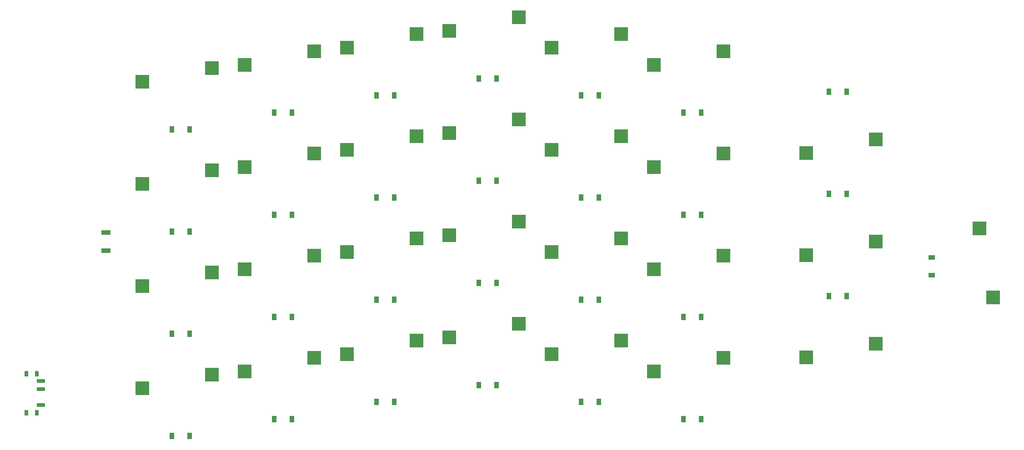
<source format=gbr>
%TF.GenerationSoftware,KiCad,Pcbnew,7.0.7*%
%TF.CreationDate,2023-08-27T15:15:09-04:00*%
%TF.ProjectId,garden,67617264-656e-42e6-9b69-6361645f7063,rev?*%
%TF.SameCoordinates,Original*%
%TF.FileFunction,Paste,Bot*%
%TF.FilePolarity,Positive*%
%FSLAX46Y46*%
G04 Gerber Fmt 4.6, Leading zero omitted, Abs format (unit mm)*
G04 Created by KiCad (PCBNEW 7.0.7) date 2023-08-27 15:15:09*
%MOMM*%
%LPD*%
G01*
G04 APERTURE LIST*
%ADD10R,2.550000X2.500000*%
%ADD11R,0.900000X1.200000*%
%ADD12R,2.500000X2.550000*%
%ADD13R,1.200000X0.900000*%
%ADD14R,1.803400X0.812800*%
%ADD15R,1.500000X0.700000*%
%ADD16R,0.800000X1.000000*%
G04 APERTURE END LIST*
D10*
%TO.C,MX15*%
X114296250Y-90328750D03*
X127223250Y-87788750D03*
%TD*%
D11*
%TO.C,D28*%
X184943750Y-63563504D03*
X188243750Y-63563504D03*
%TD*%
D10*
%TO.C,MX7*%
X76196250Y-96678750D03*
X89123250Y-94138750D03*
%TD*%
D11*
%TO.C,D3*%
X65881250Y-108743750D03*
X62581250Y-108743750D03*
%TD*%
D10*
%TO.C,MX21*%
X152396250Y-58578750D03*
X165323250Y-56038750D03*
%TD*%
D11*
%TO.C,D27*%
X184943750Y-82613504D03*
X188243750Y-82613504D03*
%TD*%
%TO.C,D13*%
X123031250Y-61118750D03*
X119731250Y-61118750D03*
%TD*%
D10*
%TO.C,MX4*%
X57146250Y-118903750D03*
X70073250Y-116363750D03*
%TD*%
D11*
%TO.C,D6*%
X84931250Y-86518750D03*
X81631250Y-86518750D03*
%TD*%
%TO.C,D17*%
X142081250Y-64293750D03*
X138781250Y-64293750D03*
%TD*%
%TO.C,D14*%
X123031250Y-80168750D03*
X119731250Y-80168750D03*
%TD*%
%TO.C,D24*%
X161131250Y-124618750D03*
X157831250Y-124618750D03*
%TD*%
%TO.C,D7*%
X84931250Y-105568750D03*
X81631250Y-105568750D03*
%TD*%
D10*
%TO.C,MX9*%
X95246250Y-55403750D03*
X108173250Y-52863750D03*
%TD*%
D11*
%TO.C,D1*%
X65881250Y-70643750D03*
X62581250Y-70643750D03*
%TD*%
%TO.C,D19*%
X142081250Y-102393750D03*
X138781250Y-102393750D03*
%TD*%
%TO.C,D20*%
X142081250Y-121443750D03*
X138781250Y-121443750D03*
%TD*%
D10*
%TO.C,MX18*%
X133346250Y-74453750D03*
X146273250Y-71913750D03*
%TD*%
D12*
%TO.C,MX25*%
X212966729Y-89042729D03*
X215506729Y-101969729D03*
%TD*%
D11*
%TO.C,D11*%
X103981250Y-102393750D03*
X100681250Y-102393750D03*
%TD*%
D10*
%TO.C,MX10*%
X95246250Y-74453750D03*
X108173250Y-71913750D03*
%TD*%
D11*
%TO.C,D23*%
X161131250Y-105568750D03*
X157831250Y-105568750D03*
%TD*%
%TO.C,D15*%
X123031250Y-99218750D03*
X119731250Y-99218750D03*
%TD*%
%TO.C,D10*%
X103981250Y-83343750D03*
X100681250Y-83343750D03*
%TD*%
%TO.C,D16*%
X123031250Y-118268750D03*
X119731250Y-118268750D03*
%TD*%
D10*
%TO.C,MX3*%
X57146250Y-99853750D03*
X70073250Y-97313750D03*
%TD*%
%TO.C,MX26*%
X193678750Y-110553504D03*
X180751750Y-113093504D03*
%TD*%
D11*
%TO.C,D4*%
X65881250Y-127793750D03*
X62581250Y-127793750D03*
%TD*%
D10*
%TO.C,MX14*%
X114296250Y-71278750D03*
X127223250Y-68738750D03*
%TD*%
%TO.C,MX13*%
X114296250Y-52228750D03*
X127223250Y-49688750D03*
%TD*%
%TO.C,MX2*%
X57146250Y-80803750D03*
X70073250Y-78263750D03*
%TD*%
%TO.C,MX20*%
X133346250Y-112553750D03*
X146273250Y-110013750D03*
%TD*%
%TO.C,MX24*%
X152396250Y-115728750D03*
X165323250Y-113188750D03*
%TD*%
D11*
%TO.C,D22*%
X161131250Y-86518750D03*
X157831250Y-86518750D03*
%TD*%
D10*
%TO.C,MX6*%
X76196250Y-77628750D03*
X89123250Y-75088750D03*
%TD*%
%TO.C,MX17*%
X133346250Y-55403750D03*
X146273250Y-52863750D03*
%TD*%
%TO.C,MX19*%
X133346250Y-93503750D03*
X146273250Y-90963750D03*
%TD*%
D11*
%TO.C,D9*%
X103981250Y-64293750D03*
X100681250Y-64293750D03*
%TD*%
D10*
%TO.C,MX12*%
X95246250Y-112553750D03*
X108173250Y-110013750D03*
%TD*%
%TO.C,MX5*%
X76196250Y-58578750D03*
X89123250Y-56038750D03*
%TD*%
D11*
%TO.C,D8*%
X84931250Y-124618750D03*
X81631250Y-124618750D03*
%TD*%
D10*
%TO.C,MX27*%
X193678750Y-91503504D03*
X180751750Y-94043504D03*
%TD*%
D11*
%TO.C,D5*%
X84931250Y-67468750D03*
X81631250Y-67468750D03*
%TD*%
%TO.C,D2*%
X65881250Y-89693750D03*
X62581250Y-89693750D03*
%TD*%
D10*
%TO.C,MX28*%
X193678750Y-72453504D03*
X180751750Y-74993504D03*
%TD*%
%TO.C,MX23*%
X152396250Y-96678750D03*
X165323250Y-94138750D03*
%TD*%
D13*
%TO.C,D25*%
X204076729Y-97777729D03*
X204076729Y-94477729D03*
%TD*%
D10*
%TO.C,MX1*%
X57146250Y-61753750D03*
X70073250Y-59213750D03*
%TD*%
D11*
%TO.C,D21*%
X161131250Y-67468750D03*
X157831250Y-67468750D03*
%TD*%
D10*
%TO.C,MX11*%
X95246250Y-93503750D03*
X108173250Y-90963750D03*
%TD*%
%TO.C,MX22*%
X152396250Y-77628750D03*
X165323250Y-75088750D03*
%TD*%
D14*
%TO.C,SW0*%
X50377250Y-93207304D03*
X50377250Y-89807300D03*
%TD*%
D10*
%TO.C,MX16*%
X114296250Y-109378750D03*
X127223250Y-106838750D03*
%TD*%
D11*
%TO.C,D12*%
X103981250Y-121443750D03*
X100681250Y-121443750D03*
%TD*%
%TO.C,D18*%
X142081250Y-83343750D03*
X138781250Y-83343750D03*
%TD*%
D10*
%TO.C,MX8*%
X76196250Y-115728750D03*
X89123250Y-113188750D03*
%TD*%
D15*
%TO.C,SW1*%
X38271000Y-122047929D03*
X38271000Y-119047929D03*
X38271000Y-117547929D03*
D16*
X37486000Y-123447929D03*
X35556000Y-123447929D03*
X35556000Y-116147929D03*
X37486000Y-116147929D03*
%TD*%
D11*
%TO.C,D26*%
X184943750Y-101663504D03*
X188243750Y-101663504D03*
%TD*%
M02*

</source>
